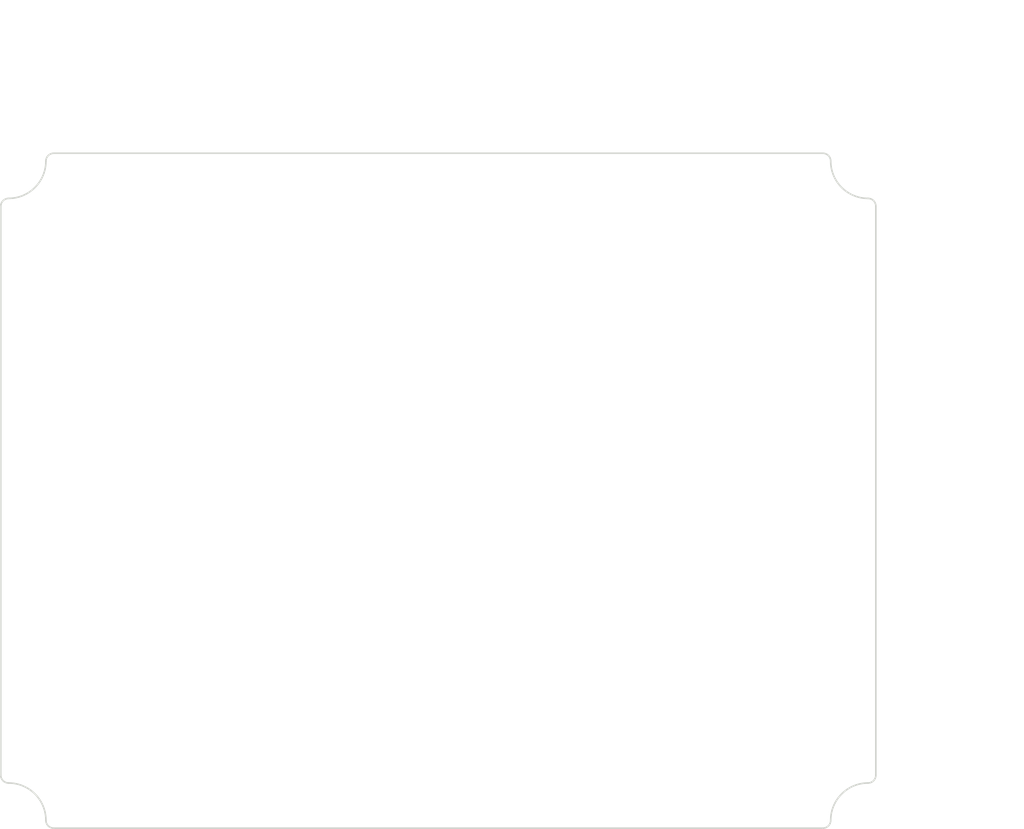
<source format=kicad_pcb>
(kicad_pcb (version 20171130) (host pcbnew "(5.1.0)-1")

  (general
    (thickness 1.6)
    (drawings 48)
    (tracks 0)
    (zones 0)
    (modules 0)
    (nets 1)
  )

  (page A4)
  (layers
    (0 F.Cu signal)
    (31 B.Cu signal)
    (32 B.Adhes user)
    (33 F.Adhes user)
    (34 B.Paste user)
    (35 F.Paste user)
    (36 B.SilkS user)
    (37 F.SilkS user)
    (38 B.Mask user)
    (39 F.Mask user)
    (40 Dwgs.User user)
    (41 Cmts.User user)
    (42 Eco1.User user)
    (43 Eco2.User user)
    (44 Edge.Cuts user)
    (45 Margin user)
    (46 B.CrtYd user)
    (47 F.CrtYd user)
    (48 B.Fab user)
    (49 F.Fab user)
  )

  (setup
    (last_trace_width 0.25)
    (trace_clearance 0.2)
    (zone_clearance 0.508)
    (zone_45_only no)
    (trace_min 0.2)
    (via_size 0.8)
    (via_drill 0.4)
    (via_min_size 0.4)
    (via_min_drill 0.3)
    (uvia_size 0.3)
    (uvia_drill 0.1)
    (uvias_allowed no)
    (uvia_min_size 0.2)
    (uvia_min_drill 0.1)
    (edge_width 0.05)
    (segment_width 0.2)
    (pcb_text_width 0.3)
    (pcb_text_size 1.5 1.5)
    (mod_edge_width 0.12)
    (mod_text_size 1 1)
    (mod_text_width 0.15)
    (pad_size 1.524 1.524)
    (pad_drill 0.762)
    (pad_to_mask_clearance 0.051)
    (solder_mask_min_width 0.25)
    (aux_axis_origin 0 0)
    (visible_elements FFFFFF7F)
    (pcbplotparams
      (layerselection 0x010fc_ffffffff)
      (usegerberextensions false)
      (usegerberattributes false)
      (usegerberadvancedattributes false)
      (creategerberjobfile false)
      (excludeedgelayer true)
      (linewidth 0.152400)
      (plotframeref false)
      (viasonmask false)
      (mode 1)
      (useauxorigin false)
      (hpglpennumber 1)
      (hpglpenspeed 20)
      (hpglpendiameter 15.000000)
      (psnegative false)
      (psa4output false)
      (plotreference true)
      (plotvalue true)
      (plotinvisibletext false)
      (padsonsilk false)
      (subtractmaskfromsilk false)
      (outputformat 1)
      (mirror false)
      (drillshape 1)
      (scaleselection 1)
      (outputdirectory ""))
  )

  (net 0 "")

  (net_class Default "This is the default net class."
    (clearance 0.2)
    (trace_width 0.25)
    (via_dia 0.8)
    (via_drill 0.4)
    (uvia_dia 0.3)
    (uvia_drill 0.1)
  )

  (gr_line (start 196.648054 137.778063) (end 196.648054 65.299379) (layer Edge.Cuts) (width 0.2))
  (gr_arc (start 195.658722 143.538721) (end 195.649906 138.778062) (angle -89.78779634) (layer Edge.Cuts) (width 0.2))
  (gr_line (start 91.919379 144.528054) (end 189.898064 144.528054) (layer Edge.Cuts) (width 0.2))
  (gr_arc (start 86.158722 143.538721) (end 90.919381 143.529905) (angle -89.78779664) (layer Edge.Cuts) (width 0.2))
  (gr_line (start 85.169389 65.299379) (end 85.169389 137.778063) (layer Edge.Cuts) (width 0.2))
  (gr_arc (start 86.158722 59.538721) (end 86.167538 64.299381) (angle -89.78779664) (layer Edge.Cuts) (width 0.2))
  (gr_line (start 189.898064 58.549389) (end 91.919379 58.549389) (layer Edge.Cuts) (width 0.2))
  (gr_arc (start 195.658722 59.538721) (end 190.898062 59.547537) (angle -89.78779634) (layer Edge.Cuts) (width 0.2))
  (gr_arc (start 195.648054 137.778063) (end 195.649906 138.778062) (angle -89.89389802) (layer Edge.Cuts) (width 0.2))
  (gr_arc (start 189.898064 143.528054) (end 189.898064 144.528054) (angle -89.89389832) (layer Edge.Cuts) (width 0.2))
  (gr_arc (start 91.919379 143.528054) (end 90.919381 143.529905) (angle -89.89389832) (layer Edge.Cuts) (width 0.2))
  (gr_arc (start 86.169389 137.778063) (end 85.169389 137.778063) (angle -89.89389832) (layer Edge.Cuts) (width 0.2))
  (gr_arc (start 86.169389 65.299379) (end 86.167538 64.299381) (angle -89.89389832) (layer Edge.Cuts) (width 0.2))
  (gr_arc (start 91.919379 59.549389) (end 91.919379 58.549389) (angle -89.89389832) (layer Edge.Cuts) (width 0.2))
  (gr_arc (start 189.898064 59.549389) (end 190.898062 59.547537) (angle -89.89389832) (layer Edge.Cuts) (width 0.2))
  (gr_arc (start 195.648054 65.299379) (end 196.648054 65.299379) (angle -89.89389802) (layer Edge.Cuts) (width 0.2))
  (gr_text [R0.04] (at 205.654359 143.203049) (layer Dwgs.User)
    (effects (font (size 1.7 1.53) (thickness 0.2125)))
  )
  (gr_text " R1.00" (at 205.654359 139.645613) (layer Dwgs.User)
    (effects (font (size 1.7 1.53) (thickness 0.2125)))
  )
  (gr_line (start 199.183588 141.313587) (end 197.769374 139.899374) (layer Dwgs.User) (width 0.2))
  (gr_line (start 201.183588 141.313587) (end 199.183588 141.313587) (layer Dwgs.User) (width 0.2))
  (gr_text [R0.19] (at 181.880743 137.482328) (layer Dwgs.User)
    (effects (font (size 1.7 1.53) (thickness 0.2125)))
  )
  (gr_text " R4.76" (at 181.880743 133.924893) (layer Dwgs.User)
    (effects (font (size 1.7 1.53) (thickness 0.2125)))
  )
  (gr_line (start 188.351514 135.592867) (end 191.082378 138.562407) (layer Dwgs.User) (width 0.2))
  (gr_line (start 186.351514 135.592867) (end 188.351514 135.592867) (layer Dwgs.User) (width 0.2))
  (gr_text [3.94] (at 178.669428 54.520144) (layer Dwgs.User)
    (effects (font (size 1.7 1.53) (thickness 0.2125)))
  )
  (gr_text " 99.98" (at 178.669428 50.962709) (layer Dwgs.User)
    (effects (font (size 1.7 1.53) (thickness 0.2125)))
  )
  (gr_line (start 188.898054 52.630683) (end 182.718678 52.630683) (layer Dwgs.User) (width 0.2))
  (gr_line (start 92.919389 52.630683) (end 174.620179 52.630683) (layer Dwgs.User) (width 0.2))
  (gr_line (start 190.898054 57.549389) (end 190.898054 49.455683) (layer Dwgs.User) (width 0.2))
  (gr_line (start 90.919389 57.549389) (end 90.919389 49.455683) (layer Dwgs.User) (width 0.2))
  (gr_text [2.93] (at 202.77972 89.831279) (layer Dwgs.User)
    (effects (font (size 1.7 1.53) (thickness 0.2125)))
  )
  (gr_text " 74.48" (at 202.77972 86.273844) (layer Dwgs.User)
    (effects (font (size 1.7 1.53) (thickness 0.2125)))
  )
  (gr_line (start 202.77972 136.778054) (end 202.77972 91.499253) (layer Dwgs.User) (width 0.2))
  (gr_line (start 202.77972 66.299389) (end 202.77972 84.384383) (layer Dwgs.User) (width 0.2))
  (gr_line (start 197.648054 138.778054) (end 205.95472 138.778054) (layer Dwgs.User) (width 0.2))
  (gr_line (start 197.648054 64.299389) (end 205.95472 64.299389) (layer Dwgs.User) (width 0.2))
  (gr_text [3.38] (at 211.512581 104.06964) (layer Dwgs.User)
    (effects (font (size 1.7 1.53) (thickness 0.2125)))
  )
  (gr_text " 85.98" (at 211.512581 100.512205) (layer Dwgs.User)
    (effects (font (size 1.7 1.53) (thickness 0.2125)))
  )
  (gr_line (start 211.512581 60.549389) (end 211.512581 98.622744) (layer Dwgs.User) (width 0.2))
  (gr_line (start 211.512581 142.528054) (end 211.512581 105.737615) (layer Dwgs.User) (width 0.2))
  (gr_line (start 191.898054 58.549389) (end 214.687581 58.549389) (layer Dwgs.User) (width 0.2))
  (gr_line (start 191.898054 144.528054) (end 214.687581 144.528054) (layer Dwgs.User) (width 0.2))
  (gr_text [4.39] (at 145.256742 44.18885) (layer Dwgs.User)
    (effects (font (size 1.7 1.53) (thickness 0.2125)))
  )
  (gr_text " 111.48" (at 145.256742 40.631415) (layer Dwgs.User)
    (effects (font (size 1.7 1.53) (thickness 0.2125)))
  )
  (gr_line (start 87.169389 42.299389) (end 140.547089 42.299389) (layer Dwgs.User) (width 0.2))
  (gr_line (start 194.648054 42.299389) (end 149.966394 42.299389) (layer Dwgs.User) (width 0.2))
  (gr_line (start 85.169389 63.299389) (end 85.169389 39.124389) (layer Dwgs.User) (width 0.2))
  (gr_line (start 196.648054 63.299389) (end 196.648054 39.124389) (layer Dwgs.User) (width 0.2))

)

</source>
